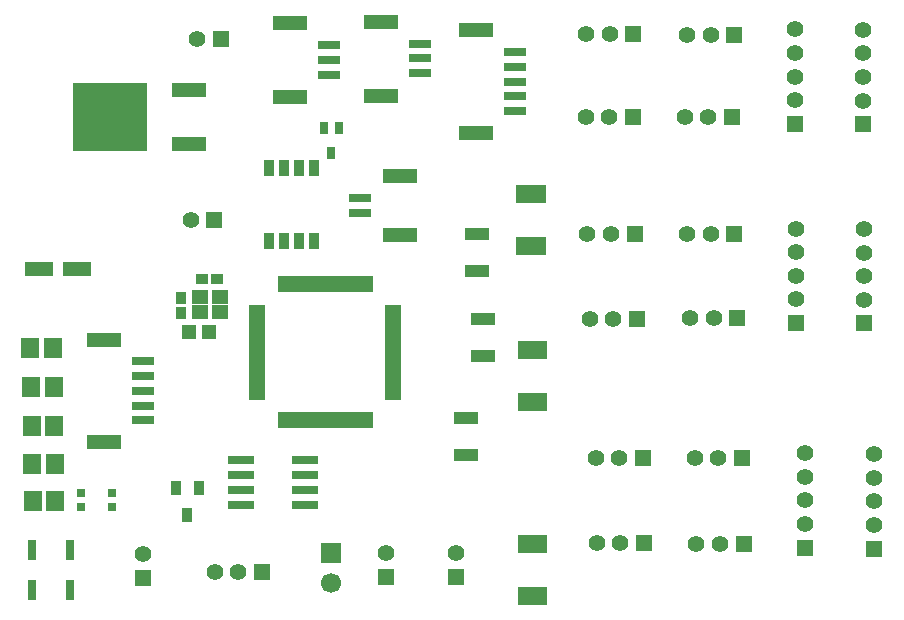
<source format=gbr>
G04 DipTrace 3.2.0.1*
G04 TopMask.gbr*
%MOIN*%
G04 #@! TF.FileFunction,Soldermask,Top*
G04 #@! TF.Part,Single*
%ADD58R,0.055118X0.047244*%
%ADD60R,0.019685X0.041339*%
%ADD62R,0.25X0.226378*%
%ADD64R,0.116142X0.047244*%
%ADD66R,0.037874X0.052874*%
%ADD68R,0.086614X0.031496*%
%ADD70R,0.019685X0.055118*%
%ADD72R,0.055118X0.019685*%
%ADD74R,0.026772X0.030315*%
%ADD76R,0.033465X0.049213*%
%ADD78C,0.066929*%
%ADD80R,0.019685X0.062992*%
%ADD82R,0.074803X0.031496*%
%ADD84R,0.11811X0.047244*%
%ADD86C,0.055118*%
%ADD88R,0.055118X0.055118*%
%ADD90R,0.059055X0.066929*%
%ADD92R,0.027559X0.041339*%
%ADD94R,0.094488X0.047244*%
%ADD98R,0.043307X0.035433*%
%ADD100R,0.035433X0.043307*%
%ADD102R,0.051181X0.047244*%
%ADD104R,0.029528X0.066929*%
%ADD106R,0.066929X0.066929*%
%FSLAX26Y26*%
G04*
G70*
G90*
G75*
G01*
G04 TopMask*
%LPD*%
D104*
X672025Y741790D3*
X544072D3*
X672062Y607461D3*
X544109D3*
D100*
X1040681Y1581461D3*
Y1530280D3*
D98*
X1110417Y1643879D3*
X1161598D3*
D94*
X568573Y1678091D3*
X694558D3*
D92*
X1567664Y2146366D3*
X1516478D3*
X1542071Y2063689D3*
D90*
X543424Y1155126D3*
X618227D3*
X545933Y1028919D3*
X620736D3*
X547857Y903963D3*
X622660D3*
X542046Y1282997D3*
X616849D3*
X539323Y1415390D3*
X614126D3*
D88*
X1175085Y2444066D3*
D86*
X1096345D3*
D88*
X1152718Y1842328D3*
D86*
X1073978D3*
X3086689Y2318575D3*
Y2397315D3*
Y2476055D3*
Y2239835D3*
D88*
Y2161094D3*
D86*
X3092673Y1654686D3*
Y1733427D3*
Y1812167D3*
Y1575946D3*
D88*
Y1497206D3*
D86*
X3315808Y2317100D3*
Y2395840D3*
Y2474580D3*
Y2238360D3*
D88*
Y2159619D3*
D86*
X3318756Y1653234D3*
Y1731974D3*
Y1810714D3*
Y1574493D3*
D88*
Y1495753D3*
D86*
X3351283Y903181D3*
Y981921D3*
Y1060661D3*
Y824441D3*
D88*
Y745701D3*
X914965Y648833D3*
D86*
Y727573D3*
D84*
X1707567Y2501346D3*
Y2255283D3*
D82*
X1839457Y2428512D3*
Y2379299D3*
Y2330087D3*
D84*
X1403764Y2495808D3*
Y2249745D3*
D82*
X1535654Y2422974D3*
Y2373761D3*
Y2324549D3*
D84*
X1770215Y1790324D3*
Y1987175D3*
D82*
X1638325Y1863159D3*
Y1912371D3*
D84*
X2024467Y2473226D3*
Y2130706D3*
D82*
X2156357Y2351178D3*
Y2301966D3*
Y2400391D3*
Y2252753D3*
Y2203541D3*
D88*
X1311479Y666635D3*
D86*
X1232739D3*
X1153999D3*
D84*
X783514Y1442198D3*
Y1099678D3*
D82*
X915404Y1320151D3*
Y1270938D3*
Y1369364D3*
Y1221726D3*
Y1172513D3*
D88*
X2878224Y2182693D3*
D86*
X2799484D3*
X2720744D3*
D88*
X2547600Y2182442D3*
D86*
X2468860D3*
X2390119D3*
D88*
X2896133Y1514562D3*
D86*
X2817392D3*
X2738652D3*
D88*
X2561644Y1512301D3*
D86*
X2482904D3*
X2404164D3*
D88*
X2885528Y1792472D3*
D86*
X2806787D3*
X2728047D3*
D88*
X2553490Y1793180D3*
D86*
X2474749D3*
X2396009D3*
D88*
X2911668Y1046005D3*
D86*
X2832928D3*
X2754188D3*
D88*
X2581563Y1047365D3*
D86*
X2502823D3*
X2424083D3*
D88*
X2885694Y2458783D3*
D86*
X2806954D3*
X2728214D3*
D88*
X2549130Y2459743D3*
D86*
X2470390D3*
X2391650D3*
D88*
X2916747Y762333D3*
D86*
X2838007D3*
X2759266D3*
D88*
X2584504Y764298D3*
D86*
X2505764D3*
X2427024D3*
D88*
X1956440Y651056D3*
D86*
Y729797D3*
D88*
X1723593Y650887D3*
D86*
Y729627D3*
X3119765Y905984D3*
Y984724D3*
Y1063465D3*
Y827244D3*
D88*
Y748504D3*
D80*
X2168770Y1753331D3*
X2188455D3*
X2208140D3*
X2227825D3*
X2247510D3*
Y1926559D3*
X2227825D3*
X2208140D3*
X2188455D3*
X2168770D3*
X2173660Y1233804D3*
X2193345D3*
X2213030D3*
X2232715D3*
X2252400D3*
Y1407033D3*
X2232715D3*
X2213030D3*
X2193345D3*
X2173660D3*
X2173959Y588098D3*
X2193644D3*
X2213329D3*
X2233014D3*
X2252699D3*
Y761327D3*
X2233014D3*
X2213329D3*
X2193644D3*
X2173959D3*
D106*
X1541301Y731832D3*
D78*
Y631832D3*
D76*
X1099786Y947811D3*
X1024983D3*
X1062385Y857260D3*
D102*
X1134678Y1466089D3*
X1067749D3*
D74*
X706772Y885005D3*
X809921D3*
X706772Y930675D3*
X809921D3*
D72*
X1295839Y1547182D3*
Y1527497D3*
Y1507812D3*
Y1488127D3*
Y1468442D3*
Y1448757D3*
Y1429072D3*
Y1409387D3*
Y1389702D3*
Y1370017D3*
Y1350332D3*
Y1330647D3*
Y1310962D3*
Y1291277D3*
Y1271592D3*
Y1251907D3*
D70*
X1374579Y1173167D3*
X1394264D3*
X1413949D3*
X1433634D3*
X1453319D3*
X1473004D3*
X1492689D3*
X1512374D3*
X1532059D3*
X1551744D3*
X1571429D3*
X1591114D3*
X1610799D3*
X1630484D3*
X1650169D3*
X1669854D3*
D72*
X1748594Y1251907D3*
Y1271592D3*
Y1291277D3*
Y1310962D3*
Y1330647D3*
Y1350332D3*
Y1370017D3*
Y1389702D3*
Y1409387D3*
Y1429072D3*
Y1448757D3*
Y1468442D3*
Y1488127D3*
Y1507812D3*
Y1527497D3*
Y1547182D3*
D70*
X1669854Y1625923D3*
X1650169D3*
X1630484D3*
X1610799D3*
X1591114D3*
X1571429D3*
X1551744D3*
X1532059D3*
X1512374D3*
X1492689D3*
X1473004D3*
X1453319D3*
X1433634D3*
X1413949D3*
X1394264D3*
X1374579D3*
D68*
X1455518Y890349D3*
Y940349D3*
Y990349D3*
Y1040349D3*
X1242920D3*
Y990349D3*
Y940349D3*
Y890349D3*
D66*
X1336098Y1772222D3*
X1386098D3*
X1436098D3*
X1486098D3*
Y2012720D3*
X1436098D3*
X1386098D3*
X1336098D3*
D64*
X1069318Y2094570D3*
Y2274097D3*
D62*
X805538Y2184333D3*
D60*
X2057556Y1794402D3*
X2037871D3*
X2018186D3*
X1998501D3*
Y1672354D3*
X2018186D3*
X2037871D3*
X2057556D3*
X2077568Y1510562D3*
X2057883D3*
X2038198D3*
X2018513D3*
Y1388514D3*
X2038198D3*
X2057883D3*
X2077568D3*
X2020504Y1180844D3*
X2000819D3*
X1981134D3*
X1961449D3*
Y1058797D3*
X1981134D3*
X2000819D3*
X2020504D3*
D58*
X1171264Y1532693D3*
Y1583874D3*
X1104335Y1532693D3*
Y1583874D3*
M02*

</source>
